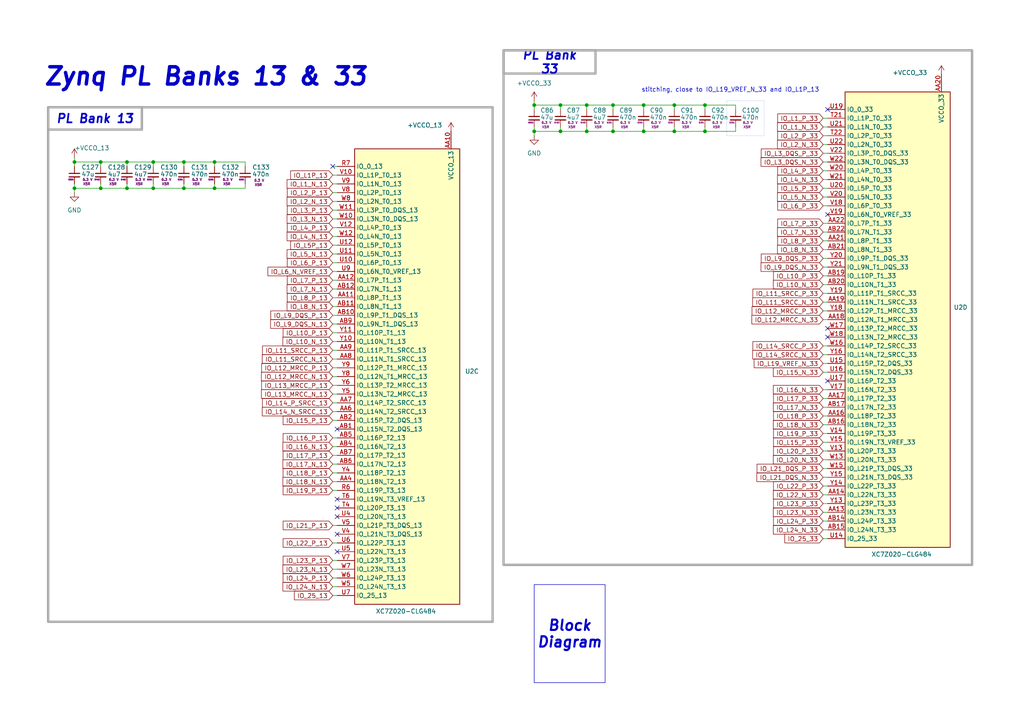
<source format=kicad_sch>
(kicad_sch (version 20231120) (generator "eeschema") (generator_version "8.0")
  (paper "A4")
  (title_block (title "Zynq PL B13 & B33") (date "2024-09-22") (rev "1.0"))
  (junction (at 62.23 54.61))
  (junction (at 29.21 54.61))
  (junction (at 44.45 54.61))
  (junction (at 44.45 46.99))
  (junction (at 154.94 30.48))
  (junction (at 195.58 30.48))
  (junction (at 53.34 54.61))
  (junction (at 170.18 30.48))
  (junction (at 62.23 46.99))
  (junction (at 21.59 46.99))
  (junction (at 36.83 54.61))
  (junction (at 177.8 30.48))
  (junction (at 195.58 38.1))
  (junction (at 36.83 46.99))
  (junction (at 177.8 38.1))
  (junction (at 186.69 30.48))
  (junction (at 53.34 46.99))
  (junction (at 29.21 46.99))
  (junction (at 162.56 38.1))
  (junction (at 204.47 30.48))
  (junction (at 21.59 54.61))
  (junction (at 162.56 30.48))
  (junction (at 154.94 38.1))
  (junction (at 170.18 38.1))
  (junction (at 186.69 38.1))
  (junction (at 204.47 38.1))
  (no_connect (at 96.52 48.26))
  (no_connect (at 240.03 95.25))
  (no_connect (at 97.79 144.78))
  (no_connect (at 240.03 97.79))
  (no_connect (at 97.79 154.94))
  (no_connect (at 97.79 160.02))
  (no_connect (at 240.03 62.23))
  (no_connect (at 97.79 147.32))
  (no_connect (at 97.79 149.86))
  (no_connect (at 97.79 124.46))
  (no_connect (at 240.03 31.75))
  (no_connect (at 240.03 110.49))
  (wire (pts (xy 44.45 54.61) (xy 36.83 54.61)))
  (wire (pts (xy 170.18 38.1) (xy 177.8 38.1)))
  (wire (pts (xy 238.76 130.81) (xy 240.03 130.81)))
  (wire (pts (xy 96.52 109.22) (xy 97.79 109.22)))
  (wire (pts (xy 96.52 88.9) (xy 97.79 88.9)))
  (wire (pts (xy 71.12 46.99) (xy 71.12 48.26)))
  (wire (pts (xy 96.52 78.74) (xy 97.79 78.74)))
  (wire (pts (xy 96.52 58.42) (xy 97.79 58.42)))
  (wire (pts (xy 96.52 91.44) (xy 97.79 91.44)))
  (wire (pts (xy 238.76 100.33) (xy 240.03 100.33)))
  (wire (pts (xy 186.69 38.1) (xy 177.8 38.1)))
  (wire (pts (xy 71.12 54.61) (xy 62.23 54.61)))
  (wire (pts (xy 177.8 30.48) (xy 186.69 30.48)))
  (wire (pts (xy 29.21 46.99) (xy 36.83 46.99)))
  (wire (pts (xy 238.76 107.95) (xy 240.03 107.95)))
  (wire (pts (xy 96.52 170.18) (xy 97.79 170.18)))
  (wire (pts (xy 96.52 101.6) (xy 97.79 101.6)))
  (wire (pts (xy 238.76 138.43) (xy 240.03 138.43)))
  (wire (pts (xy 238.76 52.07) (xy 240.03 52.07)))
  (wire (pts (xy 238.76 128.27) (xy 240.03 128.27)))
  (wire (pts (xy 96.52 104.14) (xy 97.79 104.14)))
  (wire (pts (xy 154.94 30.48) (xy 154.94 31.75)))
  (wire (pts (xy 36.83 46.99) (xy 36.83 48.26)))
  (wire (pts (xy 96.52 55.88) (xy 97.79 55.88)))
  (wire (pts (xy 96.52 167.64) (xy 97.79 167.64)))
  (wire (pts (xy 62.23 53.34) (xy 62.23 54.61)))
  (wire (pts (xy 238.76 113.03) (xy 240.03 113.03)))
  (wire (pts (xy 204.47 38.1) (xy 213.36 38.1)))
  (wire (pts (xy 177.8 36.83) (xy 177.8 38.1)))
  (wire (pts (xy 29.21 54.61) (xy 21.59 54.61)))
  (wire (pts (xy 238.76 146.05) (xy 240.03 146.05)))
  (wire (pts (xy 238.76 64.77) (xy 240.03 64.77)))
  (wire (pts (xy 96.52 68.58) (xy 97.79 68.58)))
  (wire (pts (xy 195.58 30.48) (xy 204.47 30.48)))
  (wire (pts (xy 162.56 30.48) (xy 162.56 31.75)))
  (wire (pts (xy 96.52 83.82) (xy 97.79 83.82)))
  (wire (pts (xy 21.59 46.99) (xy 21.59 48.26)))
  (wire (pts (xy 36.83 46.99) (xy 44.45 46.99)))
  (wire (pts (xy 44.45 46.99) (xy 53.34 46.99)))
  (wire (pts (xy 238.76 156.21) (xy 240.03 156.21)))
  (wire (pts (xy 170.18 36.83) (xy 170.18 38.1)))
  (wire (pts (xy 195.58 38.1) (xy 186.69 38.1)))
  (wire (pts (xy 96.52 60.96) (xy 97.79 60.96)))
  (wire (pts (xy 238.76 140.97) (xy 240.03 140.97)))
  (wire (pts (xy 96.52 53.34) (xy 97.79 53.34)))
  (wire (pts (xy 186.69 36.83) (xy 186.69 38.1)))
  (wire (pts (xy 29.21 53.34) (xy 29.21 54.61)))
  (wire (pts (xy 238.76 41.91) (xy 240.03 41.91)))
  (wire (pts (xy 96.52 157.48) (xy 97.79 157.48)))
  (wire (pts (xy 195.58 30.48) (xy 195.58 31.75)))
  (wire (pts (xy 238.76 115.57) (xy 240.03 115.57)))
  (wire (pts (xy 21.59 45.72) (xy 21.59 46.99)))
  (wire (pts (xy 162.56 30.48) (xy 170.18 30.48)))
  (wire (pts (xy 213.36 30.48) (xy 213.36 31.75)))
  (wire (pts (xy 53.34 46.99) (xy 53.34 48.26)))
  (wire (pts (xy 44.45 53.34) (xy 44.45 54.61)))
  (wire (pts (xy 238.76 148.59) (xy 240.03 148.59)))
  (wire (pts (xy 238.76 34.29) (xy 240.03 34.29)))
  (wire (pts (xy 238.76 120.65) (xy 240.03 120.65)))
  (wire (pts (xy 186.69 30.48) (xy 195.58 30.48)))
  (wire (pts (xy 162.56 38.1) (xy 154.94 38.1)))
  (wire (pts (xy 238.76 72.39) (xy 240.03 72.39)))
  (wire (pts (xy 238.76 151.13) (xy 240.03 151.13)))
  (wire (pts (xy 238.76 123.19) (xy 240.03 123.19)))
  (wire (pts (xy 238.76 118.11) (xy 240.03 118.11)))
  (wire (pts (xy 96.52 96.52) (xy 97.79 96.52)))
  (wire (pts (xy 36.83 54.61) (xy 29.21 54.61)))
  (wire (pts (xy 238.76 69.85) (xy 240.03 69.85)))
  (wire (pts (xy 238.76 90.17) (xy 240.03 90.17)))
  (wire (pts (xy 162.56 36.83) (xy 162.56 38.1)))
  (wire (pts (xy 238.76 67.31) (xy 240.03 67.31)))
  (wire (pts (xy 96.52 73.66) (xy 97.79 73.66)))
  (wire (pts (xy 238.76 105.41) (xy 240.03 105.41)))
  (wire (pts (xy 195.58 36.83) (xy 195.58 38.1)))
  (wire (pts (xy 238.76 57.15) (xy 240.03 57.15)))
  (wire (pts (xy 238.76 143.51) (xy 240.03 143.51)))
  (wire (pts (xy 29.21 46.99) (xy 29.21 48.26)))
  (wire (pts (xy 96.52 111.76) (xy 97.79 111.76)))
  (wire (pts (xy 96.52 81.28) (xy 97.79 81.28)))
  (wire (pts (xy 238.76 54.61) (xy 240.03 54.61)))
  (wire (pts (xy 204.47 30.48) (xy 204.47 31.75)))
  (wire (pts (xy 238.76 36.83) (xy 240.03 36.83)))
  (wire (pts (xy 154.94 30.48) (xy 162.56 30.48)))
  (wire (pts (xy 96.52 119.38) (xy 97.79 119.38)))
  (wire (pts (xy 238.76 153.67) (xy 240.03 153.67)))
  (wire (pts (xy 238.76 92.71) (xy 240.03 92.71)))
  (wire (pts (xy 53.34 46.99) (xy 62.23 46.99)))
  (wire (pts (xy 238.76 44.45) (xy 240.03 44.45)))
  (wire (pts (xy 96.52 63.5) (xy 97.79 63.5)))
  (wire (pts (xy 96.52 152.4) (xy 97.79 152.4)))
  (wire (pts (xy 238.76 87.63) (xy 240.03 87.63)))
  (wire (pts (xy 96.52 137.16) (xy 97.79 137.16)))
  (wire (pts (xy 44.45 46.99) (xy 44.45 48.26)))
  (wire (pts (xy 186.69 30.48) (xy 186.69 31.75)))
  (wire (pts (xy 71.12 53.34) (xy 71.12 54.61)))
  (wire (pts (xy 170.18 38.1) (xy 162.56 38.1)))
  (wire (pts (xy 238.76 59.69) (xy 240.03 59.69)))
  (wire (pts (xy 154.94 38.1) (xy 154.94 36.83)))
  (wire (pts (xy 96.52 127) (xy 97.79 127)))
  (wire (pts (xy 170.18 30.48) (xy 170.18 31.75)))
  (wire (pts (xy 96.52 114.3) (xy 97.79 114.3)))
  (wire (pts (xy 21.59 46.99) (xy 29.21 46.99)))
  (wire (pts (xy 238.76 74.93) (xy 240.03 74.93)))
  (wire (pts (xy 238.76 125.73) (xy 240.03 125.73)))
  (wire (pts (xy 96.52 99.06) (xy 97.79 99.06)))
  (wire (pts (xy 170.18 30.48) (xy 177.8 30.48)))
  (wire (pts (xy 238.76 46.99) (xy 240.03 46.99)))
  (wire (pts (xy 96.52 116.84) (xy 97.79 116.84)))
  (wire (pts (xy 96.52 172.72) (xy 97.79 172.72)))
  (wire (pts (xy 21.59 54.61) (xy 21.59 55.88)))
  (wire (pts (xy 238.76 49.53) (xy 240.03 49.53)))
  (wire (pts (xy 96.52 134.62) (xy 97.79 134.62)))
  (wire (pts (xy 62.23 46.99) (xy 71.12 46.99)))
  (wire (pts (xy 238.76 80.01) (xy 240.03 80.01)))
  (wire (pts (xy 96.52 106.68) (xy 97.79 106.68)))
  (wire (pts (xy 96.52 71.12) (xy 97.79 71.12)))
  (wire (pts (xy 21.59 54.61) (xy 21.59 53.34)))
  (wire (pts (xy 96.52 165.1) (xy 97.79 165.1)))
  (wire (pts (xy 96.52 121.92) (xy 97.79 121.92)))
  (wire (pts (xy 96.52 139.7) (xy 97.79 139.7)))
  (wire (pts (xy 96.52 129.54) (xy 97.79 129.54)))
  (wire (pts (xy 238.76 85.09) (xy 240.03 85.09)))
  (wire (pts (xy 96.52 142.24) (xy 97.79 142.24)))
  (wire (pts (xy 96.52 93.98) (xy 97.79 93.98)))
  (wire (pts (xy 96.52 66.04) (xy 97.79 66.04)))
  (wire (pts (xy 204.47 30.48) (xy 213.36 30.48)))
  (wire (pts (xy 238.76 133.35) (xy 240.03 133.35)))
  (wire (pts (xy 62.23 46.99) (xy 62.23 48.26)))
  (wire (pts (xy 204.47 36.83) (xy 204.47 38.1)))
  (wire (pts (xy 62.23 54.61) (xy 53.34 54.61)))
  (wire (pts (xy 204.47 38.1) (xy 195.58 38.1)))
  (wire (pts (xy 238.76 102.87) (xy 240.03 102.87)))
  (wire (pts (xy 36.83 53.34) (xy 36.83 54.61)))
  (wire (pts (xy 213.36 36.83) (xy 213.36 38.1)))
  (wire (pts (xy 154.94 29.21) (xy 154.94 30.48)))
  (wire (pts (xy 96.52 132.08) (xy 97.79 132.08)))
  (wire (pts (xy 238.76 82.55) (xy 240.03 82.55)))
  (wire (pts (xy 96.52 162.56) (xy 97.79 162.56)))
  (wire (pts (xy 238.76 77.47) (xy 240.03 77.47)))
  (wire (pts (xy 96.52 48.26) (xy 97.79 48.26)))
  (wire (pts (xy 154.94 38.1) (xy 154.94 39.37)))
  (wire (pts (xy 96.52 76.2) (xy 97.79 76.2)))
  (wire (pts (xy 177.8 30.48) (xy 177.8 31.75)))
  (wire (pts (xy 53.34 53.34) (xy 53.34 54.61)))
  (wire (pts (xy 238.76 39.37) (xy 240.03 39.37)))
  (wire (pts (xy 238.76 135.89) (xy 240.03 135.89)))
  (wire (pts (xy 53.34 54.61) (xy 44.45 54.61)))
  (wire (pts (xy 96.52 86.36) (xy 97.79 86.36)))
  (wire (pts (xy 96.52 50.8) (xy 97.79 50.8)))
  (rectangle (start 210.82 29.21) (end 221.615 39.37) (stroke (width 0.1) (type dot)))
  (rectangle (start 13.97 31.115) (end 142.875 180.34) (stroke (width 0.7) (color 168 168 168 1)))
  (rectangle (start 146.05 14.605) (end 281.94 163.83) (stroke (width 0.7) (color 168 168 168 1)))
  (text_box "PL Bank 33" (at 146.05 14.605 0) (size 26.67 6.731) (stroke (width 0.7) (color 168 168 168 1)) (effects (font (size 2.5 2.5) (bold yes) (italic yes))))
  (text_box "Block\nDiagram" (at 154.94 169.545 0) (size 20.574 28.448) (effects (font (size 3 3) (thickness 0.6) (bold yes) (italic yes))))
  (text_box "PL Bank 13" (at 13.97 31.115 0) (size 27.178 6.477) (stroke (width 0.7) (color 168 168 168 1)) (effects (font (size 2.5 2.5) (bold yes) (italic yes))))
  (text "Zynq PL Banks 13 & 33" (at 59.69 22.352 0) (effects (font (size 5 5) (thickness 1) (bold yes) (italic yes))))
  (text "stitching, close to IO_L19_VREF_N_33 and IO_L1P_13" (at 211.836 26.162 0) (effects (font (size 1.27 1.27))))
  (global_label "IO_L19_P_33" (shape input) (at 238.76 125.73 180) (property "Intersheetrefs" "${INTERSHEET_REFS}" (effects (hide yes))))
  (global_label "IO_L15_P_13" (shape input) (at 96.52 121.92 180) (property "Intersheetrefs" "${INTERSHEET_REFS}" (effects (hide yes))))
  (global_label "IO_L23_N_13" (shape input) (at 96.52 165.1 180) (property "Intersheetrefs" "${INTERSHEET_REFS}" (effects (hide yes))))
  (global_label "IO_L9_DQS_P_13" (shape input) (at 96.52 91.44 180) (property "Intersheetrefs" "${INTERSHEET_REFS}" (effects (hide yes))))
  (global_label "IO_L17_P_13" (shape input) (at 96.52 132.08 180) (property "Intersheetrefs" "${INTERSHEET_REFS}" (effects (hide yes))))
  (global_label "IO_L11_SRCC_N_33" (shape input) (at 238.76 87.63 180) (property "Intersheetrefs" "${INTERSHEET_REFS}" (effects (hide yes))))
  (global_label "IO_L12_MRCC_N_33" (shape input) (at 238.76 92.71 180) (property "Intersheetrefs" "${INTERSHEET_REFS}" (effects (hide yes))))
  (global_label "IO_L21_DQS_P_33" (shape input) (at 238.76 135.89 180) (property "Intersheetrefs" "${INTERSHEET_REFS}" (effects (hide yes))))
  (global_label "IO_L8_N_33" (shape input) (at 238.76 72.39 180) (property "Intersheetrefs" "${INTERSHEET_REFS}" (effects (hide yes))))
  (global_label "IO_L12_MRCC_P_33" (shape input) (at 238.76 90.17 180) (property "Intersheetrefs" "${INTERSHEET_REFS}" (effects (hide yes))))
  (global_label "IO_L5P_13" (shape input) (at 96.52 71.12 180) (property "Intersheetrefs" "${INTERSHEET_REFS}" (effects (hide yes))))
  (global_label "IO_L1P_13" (shape input) (at 96.52 50.8 180) (property "Intersheetrefs" "${INTERSHEET_REFS}" (effects (hide yes))))
  (global_label "IO_L14_N_SRCC_13" (shape input) (at 96.52 119.38 180) (property "Intersheetrefs" "${INTERSHEET_REFS}" (effects (hide yes))))
  (global_label "IO_L5_N_13" (shape input) (at 96.52 73.66 180) (property "Intersheetrefs" "${INTERSHEET_REFS}" (effects (hide yes))))
  (global_label "IO_L23_P_13" (shape input) (at 96.52 162.56 180) (property "Intersheetrefs" "${INTERSHEET_REFS}" (effects (hide yes))))
  (global_label "IO_L18_N_33" (shape input) (at 238.76 123.19 180) (property "Intersheetrefs" "${INTERSHEET_REFS}" (effects (hide yes))))
  (global_label "IO_L8_P_33" (shape input) (at 238.76 69.85 180) (property "Intersheetrefs" "${INTERSHEET_REFS}" (effects (hide yes))))
  (global_label "IO_L22_P_13" (shape input) (at 96.52 157.48 180) (property "Intersheetrefs" "${INTERSHEET_REFS}" (effects (hide yes))))
  (global_label "IO_L7_P_33" (shape input) (at 238.76 64.77 180) (property "Intersheetrefs" "${INTERSHEET_REFS}" (effects (hide yes))))
  (global_label "IO_L3_DQS_N_33" (shape input) (at 238.76 46.99 180) (property "Intersheetrefs" "${INTERSHEET_REFS}" (effects (hide yes))))
  (global_label "IO_25_33" (shape input) (at 238.76 156.21 180) (property "Intersheetrefs" "${INTERSHEET_REFS}" (effects (hide yes))))
  (global_label "IO_L18_P_13" (shape input) (at 96.52 137.16 180) (property "Intersheetrefs" "${INTERSHEET_REFS}" (effects (hide yes))))
  (global_label "IO_L20_N_33" (shape input) (at 238.76 133.35 180) (property "Intersheetrefs" "${INTERSHEET_REFS}" (effects (hide yes))))
  (global_label "IO_L1_N_33" (shape input) (at 238.76 36.83 180) (property "Intersheetrefs" "${INTERSHEET_REFS}" (effects (hide yes))))
  (global_label "IO_L18_P_33" (shape input) (at 238.76 120.65 180) (property "Intersheetrefs" "${INTERSHEET_REFS}" (effects (hide yes))))
  (global_label "IO_L6_N_VREF_13" (shape input) (at 96.52 78.74 180) (property "Intersheetrefs" "${INTERSHEET_REFS}" (effects (hide yes))))
  (global_label "IO_L1_P_33" (shape input) (at 238.76 34.29 180) (property "Intersheetrefs" "${INTERSHEET_REFS}" (effects (hide yes))))
  (global_label "IO_L14_P_SRCC_13" (shape input) (at 96.52 116.84 180) (property "Intersheetrefs" "${INTERSHEET_REFS}" (effects (hide yes))))
  (global_label "IO_L4_P_33" (shape input) (at 238.76 49.53 180) (property "Intersheetrefs" "${INTERSHEET_REFS}" (effects (hide yes))))
  (global_label "IO_L14_SRCC_N_33" (shape input) (at 238.76 102.87 180) (property "Intersheetrefs" "${INTERSHEET_REFS}" (effects (hide yes))))
  (global_label "IO_L24_P_33" (shape input) (at 238.76 151.13 180) (property "Intersheetrefs" "${INTERSHEET_REFS}" (effects (hide yes))))
  (global_label "IO_L2_N_33" (shape input) (at 238.76 41.91 180) (property "Intersheetrefs" "${INTERSHEET_REFS}" (effects (hide yes))))
  (global_label "IO_L15_N_33" (shape input) (at 238.76 107.95 180) (property "Intersheetrefs" "${INTERSHEET_REFS}" (effects (hide yes))))
  (global_label "IO_L19_P_13" (shape input) (at 96.52 142.24 180) (property "Intersheetrefs" "${INTERSHEET_REFS}" (effects (hide yes))))
  (global_label "IO_L10_N_13" (shape input) (at 96.52 99.06 180) (property "Intersheetrefs" "${INTERSHEET_REFS}" (effects (hide yes))))
  (global_label "IO_L5_P_33" (shape input) (at 238.76 54.61 180) (property "Intersheetrefs" "${INTERSHEET_REFS}" (effects (hide yes))))
  (global_label "IO_L11_SRCC_P_33" (shape input) (at 238.76 85.09 180) (property "Intersheetrefs" "${INTERSHEET_REFS}" (effects (hide yes))))
  (global_label "IO_L13_MRCC_P_13" (shape input) (at 96.52 111.76 180) (property "Intersheetrefs" "${INTERSHEET_REFS}" (effects (hide yes))))
  (global_label "IO_L7_N_13" (shape input) (at 96.52 83.82 180) (property "Intersheetrefs" "${INTERSHEET_REFS}" (effects (hide yes))))
  (global_label "IO_L4_N_13" (shape input) (at 96.52 68.58 180) (property "Intersheetrefs" "${INTERSHEET_REFS}" (effects (hide yes))))
  (global_label "IO_L14_SRCC_P_33" (shape input) (at 238.76 100.33 180) (property "Intersheetrefs" "${INTERSHEET_REFS}" (effects (hide yes))))
  (global_label "IO_L7_P_13" (shape input) (at 96.52 81.28 180) (property "Intersheetrefs" "${INTERSHEET_REFS}" (effects (hide yes))))
  (global_label "IO_L13_MRCC_N_13" (shape input) (at 96.52 114.3 180) (property "Intersheetrefs" "${INTERSHEET_REFS}" (effects (hide yes))))
  (global_label "IO_L24_N_33" (shape input) (at 238.76 153.67 180) (property "Intersheetrefs" "${INTERSHEET_REFS}" (effects (hide yes))))
  (global_label "IO_L11_SRCC_P_13" (shape input) (at 96.52 101.6 180) (property "Intersheetrefs" "${INTERSHEET_REFS}" (effects (hide yes))))
  (global_label "IO_L23_P_33" (shape input) (at 238.76 146.05 180) (property "Intersheetrefs" "${INTERSHEET_REFS}" (effects (hide yes))))
  (global_label "IO_L8_P_13" (shape input) (at 96.52 86.36 180) (property "Intersheetrefs" "${INTERSHEET_REFS}" (effects (hide yes))))
  (global_label "IO_L6_P_13" (shape input) (at 96.52 76.2 180) (property "Intersheetrefs" "${INTERSHEET_REFS}" (effects (hide yes))))
  (global_label "IO_L2_P_13" (shape input) (at 96.52 55.88 180) (property "Intersheetrefs" "${INTERSHEET_REFS}" (effects (hide yes))))
  (global_label "IO_L2_P_33" (shape input) (at 238.76 39.37 180) (property "Intersheetrefs" "${INTERSHEET_REFS}" (effects (hide yes))))
  (global_label "IO_L22_P_33" (shape input) (at 238.76 140.97 180) (property "Intersheetrefs" "${INTERSHEET_REFS}" (effects (hide yes))))
  (global_label "IO_L15_P_33" (shape input) (at 238.76 128.27 180) (property "Intersheetrefs" "${INTERSHEET_REFS}" (effects (hide yes))))
  (global_label "IO_L22_N_33" (shape input) (at 238.76 143.51 180) (property "Intersheetrefs" "${INTERSHEET_REFS}" (effects (hide yes))))
  (global_label "IO_L10_P_13" (shape input) (at 96.52 96.52 180) (property "Intersheetrefs" "${INTERSHEET_REFS}" (effects (hide yes))))
  (global_label "IO_L6_P_33" (shape input) (at 238.76 59.69 180) (property "Intersheetrefs" "${INTERSHEET_REFS}" (effects (hide yes))))
  (global_label "IO_L3_P_13" (shape input) (at 96.52 60.96 180) (property "Intersheetrefs" "${INTERSHEET_REFS}" (effects (hide yes))))
  (global_label "IO_L16_N_33" (shape input) (at 238.76 113.03 180) (property "Intersheetrefs" "${INTERSHEET_REFS}" (effects (hide yes))))
  (global_label "IO_L5_N_33" (shape input) (at 238.76 57.15 180) (property "Intersheetrefs" "${INTERSHEET_REFS}" (effects (hide yes))))
  (global_label "IO_L10_N_33" (shape input) (at 238.76 82.55 180) (property "Intersheetrefs" "${INTERSHEET_REFS}" (effects (hide yes))))
  (global_label "IO_L17_N_33" (shape input) (at 238.76 118.11 180) (property "Intersheetrefs" "${INTERSHEET_REFS}" (effects (hide yes))))
  (global_label "IO_L10_P_33" (shape input) (at 238.76 80.01 180) (property "Intersheetrefs" "${INTERSHEET_REFS}" (effects (hide yes))))
  (global_label "IO_L21_P_13" (shape input) (at 96.52 152.4 180) (property "Intersheetrefs" "${INTERSHEET_REFS}" (effects (hide yes))))
  (global_label "IO_L4_N_33" (shape input) (at 238.76 52.07 180) (property "Intersheetrefs" "${INTERSHEET_REFS}" (effects (hide yes))))
  (global_label "IO_L8_N_13" (shape input) (at 96.52 88.9 180) (property "Intersheetrefs" "${INTERSHEET_REFS}" (effects (hide yes))))
  (global_label "IO_L16_N_13" (shape input) (at 96.52 129.54 180) (property "Intersheetrefs" "${INTERSHEET_REFS}" (effects (hide yes))))
  (global_label "IO_L9_DQS_N_33" (shape input) (at 238.76 77.47 180) (property "Intersheetrefs" "${INTERSHEET_REFS}" (effects (hide yes))))
  (global_label "IO_L18_N_13" (shape input) (at 96.52 139.7 180) (property "Intersheetrefs" "${INTERSHEET_REFS}" (effects (hide yes))))
  (global_label "IO_L1_N_13" (shape input) (at 96.52 53.34 180) (property "Intersheetrefs" "${INTERSHEET_REFS}" (effects (hide yes))))
  (global_label "IO_25_13" (shape input) (at 96.52 172.72 180) (property "Intersheetrefs" "${INTERSHEET_REFS}" (effects (hide yes))))
  (global_label "IO_L17_N_13" (shape input) (at 96.52 134.62 180) (property "Intersheetrefs" "${INTERSHEET_REFS}" (effects (hide yes))))
  (global_label "IO_L3_N_13" (shape input) (at 96.52 63.5 180) (property "Intersheetrefs" "${INTERSHEET_REFS}" (effects (hide yes))))
  (global_label "IO_L19_VREF_N_33" (shape input) (at 238.76 105.41 180) (property "Intersheetrefs" "${INTERSHEET_REFS}" (effects (hide yes))))
  (global_label "IO_L23_N_33" (shape input) (at 238.76 148.59 180) (property "Intersheetrefs" "${INTERSHEET_REFS}" (effects (hide yes))))
  (global_label "IO_L4_P_13" (shape input) (at 96.52 66.04 180) (property "Intersheetrefs" "${INTERSHEET_REFS}" (effects (hide yes))))
  (global_label "IO_L9_DQS_N_13" (shape input) (at 96.52 93.98 180) (property "Intersheetrefs" "${INTERSHEET_REFS}" (effects (hide yes))))
  (global_label "IO_L17_P_33" (shape input) (at 238.76 115.57 180) (property "Intersheetrefs" "${INTERSHEET_REFS}" (effects (hide yes))))
  (global_label "IO_L2_N_13" (shape input) (at 96.52 58.42 180) (property "Intersheetrefs" "${INTERSHEET_REFS}" (effects (hide yes))))
  (global_label "IO_L11_SRCC_N_13" (shape input) (at 96.52 104.14 180) (property "Intersheetrefs" "${INTERSHEET_REFS}" (effects (hide yes))))
  (global_label "IO_L24_P_13" (shape input) (at 96.52 167.64 180) (property "Intersheetrefs" "${INTERSHEET_REFS}" (effects (hide yes))))
  (global_label "IO_L16_P_13" (shape input) (at 96.52 127 180) (property "Intersheetrefs" "${INTERSHEET_REFS}" (effects (hide yes))))
  (global_label "IO_L7_N_33" (shape input) (at 238.76 67.31 180) (property "Intersheetrefs" "${INTERSHEET_REFS}" (effects (hide yes))))
  (global_label "IO_L24_N_13" (shape input) (at 96.52 170.18 180) (property "Intersheetrefs" "${INTERSHEET_REFS}" (effects (hide yes))))
  (global_label "IO_L20_P_33" (shape input) (at 238.76 130.81 180) (property "Intersheetrefs" "${INTERSHEET_REFS}" (effects (hide yes))))
  (global_label "IO_L12_MRCC_N_13" (shape input) (at 96.52 109.22 180) (property "Intersheetrefs" "${INTERSHEET_REFS}" (effects (hide yes))))
  (global_label "IO_L9_DQS_P_33" (shape input) (at 238.76 74.93 180) (property "Intersheetrefs" "${INTERSHEET_REFS}" (effects (hide yes))))
  (global_label "IO_L21_DQS_N_33" (shape input) (at 238.76 138.43 180) (property "Intersheetrefs" "${INTERSHEET_REFS}" (effects (hide yes))))
  (global_label "IO_L3_DQS_P_33" (shape input) (at 238.76 44.45 180) (property "Intersheetrefs" "${INTERSHEET_REFS}" (effects (hide yes))))
  (global_label "IO_L12_MRCC_P_13" (shape input) (at 96.52 106.68 180) (property "Intersheetrefs" "${INTERSHEET_REFS}" (effects (hide yes))))
  (symbol (lib_name "C_Small_1") (lib_id "Device:C_Small") (at 71.12 50.8 0) (unit 1)
    (property "Reference" "C133" (at 73.152 48.514 0) (effects (justify left)))
    (property "Value" "470n" (at 73.152 50.546 0) (effects (justify left)))
    (property "Footprint" "Capacitor_SMD:C_0201_0603Metric" (effects (hide yes)))
    (property "Description" "Unpolarized capacitor, small symbol" (effects (hide yes)))
    (property "Rating" "6.3 V" (at 75.184 52.324 0) (effects (font (size 0.7 0.7))))
    (property "Type" "X5R" (at 74.93 53.594 0) (effects (font (size 0.7 0.7))))
    (property "Package" "0201" (at 70.104 52.07 0) (effects (font (size 0.4 0.4))))
    (property "LCSC Part" "C85926" (effects (hide yes)))
  )
  (symbol (lib_id "FPGA_Xilinx_Zynq7000:XC7Z020-CLG484") (at 260.35 92.71 0) (unit 4)
    (property "Reference" "U2" (at 276.606 89.154 0) (effects (justify left)))
    (property "Value" "XC7Z020-CLG484" (at 252.73 160.782 0) (effects (justify left)))
    (property "Footprint" "Mylibrary:CLG484_XIL-L_new" (effects (hide yes)))
    (property "Datasheet" "https://www.xilinx.com/support/documentation/data_sheets/ds190-Zynq-7000-Overview.pdf" (effects (hide yes)))
    (property "LCSC Part" "gia" (effects (hide yes)))
  )
  (symbol (lib_name "C_Small_1") (lib_id "Device:C_Small") (at 36.83 50.8 0) (unit 1)
    (property "Reference" "C129" (at 38.862 48.514 0) (effects (justify left)))
    (property "Value" "4u7" (at 38.862 50.546 0) (effects (justify left)))
    (property "Footprint" "Capacitor_SMD:C_0402_1005Metric" (effects (hide yes)))
    (property "Description" "Unpolarized capacitor, small symbol" (effects (hide yes)))
    (property "Rating" "6.3 V" (at 40.64 52.07 0) (effects (font (size 0.7 0.7))))
    (property "Type" "X5R" (at 40.386 53.34 0) (effects (font (size 0.7 0.7))))
    (property "Package" "0402" (at 35.814 52.07 0) (effects (font (size 0.4 0.4))))
    (property "LCSC Part" " C368809" (effects (hide yes)))
  )
  (symbol (lib_name "C_Small_1") (lib_id "Device:C_Small") (at 53.34 50.8 0) (unit 1)
    (property "Reference" "C131" (at 55.372 48.514 0) (effects (justify left)))
    (property "Value" "470n" (at 55.372 50.546 0) (effects (justify left)))
    (property "Footprint" "Capacitor_SMD:C_0201_0603Metric" (effects (hide yes)))
    (property "Description" "Unpolarized capacitor, small symbol" (effects (hide yes)))
    (property "Rating" "6.3 V" (at 57.15 52.07 0) (effects (font (size 0.7 0.7))))
    (property "Type" "X5R" (at 56.896 53.34 0) (effects (font (size 0.7 0.7))))
    (property "Package" "0201" (at 52.324 52.07 0) (effects (font (size 0.4 0.4))))
    (property "LCSC Part" "C85926" (effects (hide yes)))
  )
  (symbol (lib_name "C_Small_1") (lib_id "Device:C_Small") (at 21.59 50.8 0) (unit 1)
    (property "Reference" "C127" (at 23.622 48.514 0) (effects (justify left)))
    (property "Value" "47u" (at 23.622 50.546 0) (effects (justify left)))
    (property "Footprint" "Capacitor_SMD:C_0805_2012Metric" (effects (hide yes)))
    (property "Description" "Unpolarized capacitor, small symbol" (effects (hide yes)))
    (property "Rating" "6.3 V" (at 25.4 52.07 0) (effects (font (size 0.7 0.7))))
    (property "Type" "X5R" (at 25.146 53.34 0) (effects (font (size 0.7 0.7))))
    (property "Package" "0805" (at 20.574 52.07 0) (effects (font (size 0.4 0.4))))
    (property "LCSC Part" "C16780" (effects (hide yes)))
  )
  (symbol (lib_name "C_Small_1") (lib_id "Device:C_Small") (at 44.45 50.8 0) (unit 1)
    (property "Reference" "C130" (at 46.482 48.514 0) (effects (justify left)))
    (property "Value" "470n" (at 46.482 50.546 0) (effects (justify left)))
    (property "Footprint" "Capacitor_SMD:C_0201_0603Metric" (effects (hide yes)))
    (property "Description" "Unpolarized capacitor, small symbol" (effects (hide yes)))
    (property "Rating" "6.3 V" (at 48.26 52.07 0) (effects (font (size 0.7 0.7))))
    (property "Type" "X5R" (at 48.006 53.34 0) (effects (font (size 0.7 0.7))))
    (property "Package" "0201" (at 43.434 52.07 0) (effects (font (size 0.4 0.4))))
    (property "LCSC Part" "C85926" (effects (hide yes)))
  )
  (symbol (lib_id "power:+1V0") (at 21.59 45.72 0) (unit 1)
    (property "Reference" "#PWR0136" (effects (hide yes)))
    (property "Value" "+VCCO_13" (at 26.67 42.926 0))
    (property "Description" "Power symbol creates a global label with name \"+VCCO_13\"" (effects (hide yes)))
  )
  (symbol (lib_name "C_Small_1") (lib_id "Device:C_Small") (at 177.8 34.29 0) (unit 1)
    (property "Reference" "C89" (at 179.578 32.004 0) (effects (justify left)))
    (property "Value" "470n" (at 179.578 34.036 0) (effects (justify left)))
    (property "Footprint" "Capacitor_SMD:C_0201_0603Metric" (effects (hide yes)))
    (property "Description" "Unpolarized capacitor, small symbol" (effects (hide yes)))
    (property "Rating" "6.3 V" (at 181.356 35.56 0) (effects (font (size 0.7 0.7))))
    (property "Type" "X5R" (at 181.102 36.83 0) (effects (font (size 0.7 0.7))))
    (property "Package" "0201" (at 176.784 35.56 0) (effects (font (size 0.4 0.4))))
    (property "LCSC Part" "C85926" (effects (hide yes)))
  )
  (symbol (lib_id "power:GND") (at 21.59 55.88 0) (unit 1)
    (property "Reference" "#PWR0137" (effects (hide yes)))
    (property "Value" "GND" (at 21.59 60.96 0))
    (property "Description" "Power symbol creates a global label with name \"GND\" , ground" (effects (hide yes)))
  )
  (symbol (lib_id "power:+1V0") (at 130.81 38.1 0) (unit 1)
    (property "Reference" "#PWR0138" (effects (hide yes)))
    (property "Value" "+VCCO_13" (at 123.19 36.322 0))
    (property "Description" "Power symbol creates a global label with name \"+VCCO_13\"" (effects (hide yes)))
  )
  (symbol (lib_name "C_Small_1") (lib_id "Device:C_Small") (at 195.58 34.29 0) (unit 1)
    (property "Reference" "C91" (at 197.358 32.004 0) (effects (justify left)))
    (property "Value" "470n" (at 197.358 34.036 0) (effects (justify left)))
    (property "Footprint" "Capacitor_SMD:C_0201_0603Metric" (effects (hide yes)))
    (property "Description" "Unpolarized capacitor, small symbol" (effects (hide yes)))
    (property "Rating" "6.3 V" (at 199.136 35.56 0) (effects (font (size 0.7 0.7))))
    (property "Type" "X5R" (at 198.882 36.83 0) (effects (font (size 0.7 0.7))))
    (property "Package" "0201" (at 194.564 35.56 0) (effects (font (size 0.4 0.4))))
    (property "LCSC Part" "C85926" (effects (hide yes)))
  )
  (symbol (lib_name "C_Small_1") (lib_id "Device:C_Small") (at 186.69 34.29 0) (unit 1)
    (property "Reference" "C90" (at 188.468 32.004 0) (effects (justify left)))
    (property "Value" "470n" (at 188.468 34.036 0) (effects (justify left)))
    (property "Footprint" "Capacitor_SMD:C_0201_0603Metric" (effects (hide yes)))
    (property "Description" "Unpolarized capacitor, small symbol" (effects (hide yes)))
    (property "Rating" "6.3 V" (at 190.246 35.56 0) (effects (font (size 0.7 0.7))))
    (property "Type" "X5R" (at 189.992 36.83 0) (effects (font (size 0.7 0.7))))
    (property "Package" "0201" (at 185.674 35.56 0) (effects (font (size 0.4 0.4))))
    (property "LCSC Part" "C85926" (effects (hide yes)))
  )
  (symbol (lib_name "C_Small_1") (lib_id "Device:C_Small") (at 154.94 34.29 0) (unit 1)
    (property "Reference" "C86" (at 156.718 32.004 0) (effects (justify left)))
    (property "Value" "47u" (at 156.718 34.036 0) (effects (justify left)))
    (property "Footprint" "Capacitor_SMD:C_0805_2012Metric" (effects (hide yes)))
    (property "Description" "Unpolarized capacitor, small symbol" (effects (hide yes)))
    (property "Rating" "6.3 V" (at 158.496 35.56 0) (effects (font (size 0.7 0.7))))
    (property "Type" "X5R" (at 158.242 36.83 0) (effects (font (size 0.7 0.7))))
    (property "Package" "0805" (at 153.924 35.56 0) (effects (font (size 0.4 0.4))))
    (property "LCSC Part" "C16780" (effects (hide yes)))
  )
  (symbol (lib_name "C_Small_1") (lib_id "Device:C_Small") (at 162.56 34.29 0) (unit 1)
    (property "Reference" "C87" (at 164.338 32.004 0) (effects (justify left)))
    (property "Value" "4u7" (at 164.338 34.036 0) (effects (justify left)))
    (property "Footprint" "Capacitor_SMD:C_0402_1005Metric" (effects (hide yes)))
    (property "Description" "Unpolarized capacitor, small symbol" (effects (hide yes)))
    (property "Rating" "6.3 V" (at 166.116 35.56 0) (effects (font (size 0.7 0.7))))
    (property "Type" "X5R" (at 165.862 36.83 0) (effects (font (size 0.7 0.7))))
    (property "Package" "0402" (at 161.544 35.56 0) (effects (font (size 0.4 0.4))))
    (property "LCSC Part" " C368809" (effects (hide yes)))
  )
  (symbol (lib_name "C_Small_1") (lib_id "Device:C_Small") (at 170.18 34.29 0) (unit 1)
    (property "Reference" "C88" (at 171.958 32.004 0) (effects (justify left)))
    (property "Value" "4u7" (at 171.958 34.036 0) (effects (justify left)))
    (property "Footprint" "Capacitor_SMD:C_0402_1005Metric" (effects (hide yes)))
    (property "Description" "Unpolarized capacitor, small symbol" (effects (hide yes)))
    (property "Rating" "6.3 V" (at 173.736 35.56 0) (effects (font (size 0.7 0.7))))
    (property "Type" "X5R" (at 173.482 36.83 0) (effects (font (size 0.7 0.7))))
    (property "Package" "0402" (at 169.164 35.56 0) (effects (font (size 0.4 0.4))))
    (property "LCSC Part" " C368809" (effects (hide yes)))
  )
  (symbol (lib_id "power:GND") (at 154.94 39.37 0) (unit 1)
    (property "Reference" "#PWR0107" (effects (hide yes)))
    (property "Value" "GND" (at 154.94 44.45 0))
    (property "Description" "Power symbol creates a global label with name \"GND\" , ground" (effects (hide yes)))
  )
  (symbol (lib_id "power:+1V0") (at 273.05 21.59 0) (unit 1)
    (property "Reference" "#PWR0108" (effects (hide yes)))
    (property "Value" "+VCCO_33" (at 263.906 21.082 0))
    (property "Description" "Power symbol creates a global label with name \"+VCCO_33\"" (effects (hide yes)))
  )
  (symbol (lib_id "power:+1V0") (at 154.94 29.21 0) (unit 1)
    (property "Reference" "#PWR096" (effects (hide yes)))
    (property "Value" "+VCCO_33" (at 154.94 24.13 0))
    (property "Description" "Power symbol creates a global label with name \"+VCCO_33\"" (effects (hide yes)))
  )
  (symbol (lib_id "FPGA_Xilinx_Zynq7000:XC7Z020-CLG484") (at 118.11 109.22 0) (unit 3)
    (property "Reference" "U2" (at 134.874 107.696 0) (effects (justify left)))
    (property "Value" "XC7Z020-CLG484" (at 108.966 177.292 0) (effects (justify left)))
    (property "Footprint" "Mylibrary:CLG484_XIL-L_new" (effects (hide yes)))
    (property "Datasheet" "https://www.xilinx.com/support/documentation/data_sheets/ds190-Zynq-7000-Overview.pdf" (effects (hide yes)))
    (property "LCSC Part" "gia" (effects (hide yes)))
  )
  (symbol (lib_name "C_Small_1") (lib_id "Device:C_Small") (at 29.21 50.8 0) (unit 1)
    (property "Reference" "C128" (at 31.242 48.514 0) (effects (justify left)))
    (property "Value" "4u7" (at 31.242 50.546 0) (effects (justify left)))
    (property "Footprint" "Capacitor_SMD:C_0402_1005Metric" (effects (hide yes)))
    (property "Description" "Unpolarized capacitor, small symbol" (effects (hide yes)))
    (property "Rating" "6.3 V" (at 33.02 52.07 0) (effects (font (size 0.7 0.7))))
    (property "Type" "X5R" (at 32.766 53.34 0) (effects (font (size 0.7 0.7))))
    (property "Package" "0402" (at 28.194 52.07 0) (effects (font (size 0.4 0.4))))
    (property "LCSC Part" " C368809" (effects (hide yes)))
  )
  (symbol (lib_name "C_Small_1") (lib_id "Device:C_Small") (at 62.23 50.8 0) (unit 1)
    (property "Reference" "C132" (at 64.262 48.514 0) (effects (justify left)))
    (property "Value" "470n" (at 64.262 50.546 0) (effects (justify left)))
    (property "Footprint" "Capacitor_SMD:C_0201_0603Metric" (effects (hide yes)))
    (property "Description" "Unpolarized capacitor, small symbol" (effects (hide yes)))
    (property "Rating" "6.3 V" (at 66.04 52.07 0) (effects (font (size 0.7 0.7))))
    (property "Type" "X5R" (at 65.786 53.34 0) (effects (font (size 0.7 0.7))))
    (property "Package" "0201" (at 61.214 52.07 0) (effects (font (size 0.4 0.4))))
    (property "LCSC Part" "C85926" (effects (hide yes)))
  )
  (symbol (lib_name "C_Small_1") (lib_id "Device:C_Small") (at 213.36 34.29 0) (unit 1)
    (property "Reference" "C100" (at 215.138 32.004 0) (effects (justify left)))
    (property "Value" "470n" (at 215.138 34.036 0) (effects (justify left)))
    (property "Footprint" "Capacitor_SMD:C_0201_0603Metric" (effects (hide yes)))
    (property "Description" "Unpolarized capacitor, small symbol" (effects (hide yes)))
    (property "Rating" "6.3 V" (at 216.916 35.56 0) (effects (font (size 0.7 0.7))))
    (property "Type" "X5R" (at 216.662 36.83 0) (effects (font (size 0.7 0.7))))
    (property "Package" "0201" (at 212.344 35.56 0) (effects (font (size 0.4 0.4))))
    (property "LCSC Part" "C85926" (effects (hide yes)))
  )
  (symbol (lib_name "C_Small_1") (lib_id "Device:C_Small") (at 204.47 34.29 0) (unit 1)
    (property "Reference" "C92" (at 206.248 32.004 0) (effects (justify left)))
    (property "Value" "470n" (at 206.248 34.036 0) (effects (justify left)))
    (property "Footprint" "Capacitor_SMD:C_0201_0603Metric" (effects (hide yes)))
    (property "Description" "Unpolarized capacitor, small symbol" (effects (hide yes)))
    (property "Rating" "6.3 V" (at 208.026 35.56 0) (effects (font (size 0.7 0.7))))
    (property "Type" "X5R" (at 207.772 36.83 0) (effects (font (size 0.7 0.7))))
    (property "Package" "0201" (at 203.454 35.56 0) (effects (font (size 0.4 0.4))))
    (property "LCSC Part" "C85926" (effects (hide yes)))
  )
)
</source>
